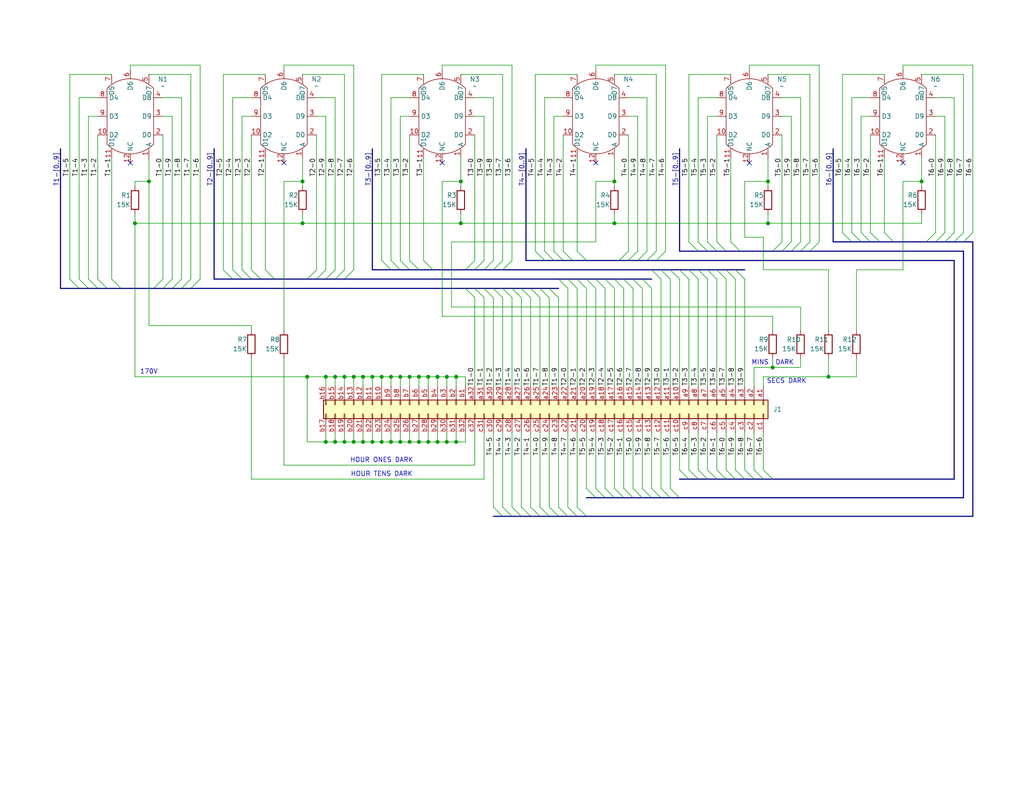
<source format=kicad_sch>
(kicad_sch (version 20231120) (generator "eeschema") (generator_version "8.0")
  (paper "USLetter")
  (title_block (title "Nixie tube clock - display") (company "Wholly Unnecessary Technologies"))
  (lib_symbols
    (symbol "Device:R" (pin_numbers hide) (pin_names (offset 0))
      (property "Reference" "R" (at 2.032 0 90))
      (property "Value" "R" (at 0 0 90))
      (symbol "R_1_1"
        (pin passive line (at 0 3.81 270) (length 1.27) (name "~") (number "1"))
        (pin passive line (at 0 -3.81 90) (length 1.27) (name "~") (number "2"))
      )
    )
    (symbol "NixComp:DIN41612_03x32_ABC" (pin_names (offset 1.016) hide)
      (property "Reference" "J" (at 1.27 40.64 0))
      (property "Value" "DIN41612_03x32_ABC" (at 1.524 -83.82 0))
      (symbol "DIN41612_03x32_ABC_1_1"
        (pin passive line (at -5.08 38.1 0) (length 3.81) (name "Pin_a1") (number "a1"))
        (pin passive line (at -5.08 15.24 0) (length 3.81) (name "Pin_a10") (number "a10"))
        (pin passive line (at -5.08 12.7 0) (length 3.81) (name "Pin_a11") (number "a11"))
        (pin passive line (at -5.08 10.16 0) (length 3.81) (name "Pin_a12") (number "a12"))
        (pin passive line (at -5.08 7.62 0) (length 3.81) (name "Pin_a13") (number "a13"))
        (pin passive line (at -5.08 5.08 0) (length 3.81) (name "Pin_a14") (number "a14"))
        (pin passive line (at -5.08 2.54 0) (length 3.81) (name "Pin_a15") (number "a15"))
        (pin passive line (at -5.08 0 0) (length 3.81) (name "Pin_a16") (number "a16"))
        (pin passive line (at -5.08 -2.54 0) (length 3.81) (name "Pin_a17") (number "a17"))
        (pin passive line (at -5.08 -5.08 0) (length 3.81) (name "Pin_a18") (number "a18"))
        (pin passive line (at -5.08 -7.62 0) (length 3.81) (name "Pin_a19") (number "a19"))
        (pin passive line (at -5.08 35.56 0) (length 3.81) (name "Pin_a2") (number "a2"))
        (pin passive line (at -5.08 -10.16 0) (length 3.81) (name "Pin_a20") (number "a20"))
        (pin passive line (at -5.08 -12.7 0) (length 3.81) (name "Pin_a21") (number "a21"))
        (pin passive line (at -5.08 -15.24 0) (length 3.81) (name "Pin_a22") (number "a22"))
        (pin passive line (at -5.08 -17.78 0) (length 3.81) (name "Pin_a23") (number "a23"))
        (pin passive line (at -5.08 -20.32 0) (length 3.81) (name "Pin_a24") (number "a24"))
        (pin passive line (at -5.08 -22.86 0) (length 3.81) (name "Pin_a25") (number "a25"))
        (pin passive line (at -5.08 -25.4 0) (length 3.81) (name "Pin_a26") (number "a26"))
        (pin passive line (at -5.08 -27.94 0) (length 3.81) (name "Pin_a27") (number "a27"))
        (pin passive line (at -5.08 -30.48 0) (length 3.81) (name "Pin_a28") (number "a28"))
        (pin passive line (at -5.08 -33.02 0) (length 3.81) (name "Pin_a29") (number "a29"))
        (pin passive line (at -5.08 33.02 0) (length 3.81) (name "Pin_a3") (number "a3"))
        (pin passive line (at -5.08 -35.56 0) (length 3.81) (name "Pin_a30") (number "a30"))
        (pin passive line (at -5.08 -38.1 0) (length 3.81) (name "Pin_a31") (number "a31"))
        (pin passive line (at -5.08 -40.64 0) (length 3.81) (name "Pin_a32") (number "a32"))
        (pin passive line (at -5.08 30.48 0) (length 3.81) (name "Pin_a4") (number "a4"))
        (pin passive line (at -5.08 27.94 0) (length 3.81) (name "Pin_a5") (number "a5"))
        (pin passive line (at -5.08 25.4 0) (length 3.81) (name "Pin_a6") (number "a6"))
        (pin passive line (at -5.08 22.86 0) (length 3.81) (name "Pin_a7") (number "a7"))
        (pin passive line (at -5.08 20.32 0) (length 3.81) (name "Pin_a8") (number "a8"))
        (pin passive line (at -5.08 17.78 0) (length 3.81) (name "Pin_a9") (number "a9"))
        (pin passive line (at -5.08 -43.18 0) (length 3.81) (name "Pin_b1") (number "b1"))
        (pin passive line (at -5.08 -66.04 0) (length 3.81) (name "Pin_b10") (number "b10"))
        (pin passive line (at -5.08 -68.58 0) (length 3.81) (name "Pin_b11") (number "b11"))
        (pin passive line (at -5.08 -71.12 0) (length 3.81) (name "Pin_b12") (number "b12"))
        (pin passive line (at -5.08 -73.66 0) (length 3.81) (name "Pin_b13") (number "b13"))
        (pin passive line (at -5.08 -76.2 0) (length 3.81) (name "Pin_b14") (number "b14"))
        (pin passive line (at -5.08 -78.74 0) (length 3.81) (name "Pin_b15") (number "b15"))
        (pin passive line (at -5.08 -81.28 0) (length 3.81) (name "Pin_b16") (number "b16"))
        (pin passive line (at 7.62 -81.28 180) (length 3.81) (name "Pin_b17") (number "b17"))
        (pin passive line (at 7.62 -78.74 180) (length 3.81) (name "Pin_b18") (number "b18"))
        (pin passive line (at 7.62 -76.2 180) (length 3.81) (name "Pin_b19") (number "b19"))
        (pin passive line (at -5.08 -45.72 0) (length 3.81) (name "Pin_b2") (number "b2"))
        (pin passive line (at 7.62 -73.66 180) (length 3.81) (name "Pin_b20") (number "b20"))
        (pin passive line (at 7.62 -71.12 180) (length 3.81) (name "Pin_b21") (number "b21"))
        (pin passive line (at 7.62 -68.58 180) (length 3.81) (name "Pin_b22") (number "b22"))
        (pin passive line (at 7.62 -66.04 180) (length 3.81) (name "Pin_b23") (number "b23"))
        (pin passive line (at 7.62 -63.5 180) (length 3.81) (name "Pin_b24") (number "b24"))
        (pin passive line (at 7.62 -60.96 180) (length 3.81) (name "Pin_b25") (number "b25"))
        (pin passive line (at 7.62 -58.42 180) (length 3.81) (name "Pin_b26") (number "b26"))
        (pin passive line (at 7.62 -55.88 180) (length 3.81) (name "Pin_b27") (number "b27"))
        (pin passive line (at 7.62 -53.34 180) (length 3.81) (name "Pin_b28") (number "b28"))
        (pin passive line (at 7.62 -50.8 180) (length 3.81) (name "Pin_b29") (number "b29"))
        (pin passive line (at -5.08 -48.26 0) (length 3.81) (name "Pin_b3") (number "b3"))
        (pin passive line (at 7.62 -48.26 180) (length 3.81) (name "Pin_b30") (number "b30"))
        (pin passive line (at 7.62 -45.72 180) (length 3.81) (name "Pin_b31") (number "b31"))
        (pin passive line (at 7.62 -43.18 180) (length 3.81) (name "Pin_b32") (number "b32"))
        (pin passive line (at -5.08 -50.8 0) (length 3.81) (name "Pin_b4") (number "b4"))
        (pin passive line (at -5.08 -53.34 0) (length 3.81) (name "Pin_b5") (number "b5"))
        (pin passive line (at -5.08 -55.88 0) (length 3.81) (name "Pin_b6") (number "b6"))
        (pin passive line (at -5.08 -58.42 0) (length 3.81) (name "Pin_b7") (number "b7"))
        (pin passive line (at -5.08 -60.96 0) (length 3.81) (name "Pin_b8") (number "b8"))
        (pin passive line (at -5.08 -63.5 0) (length 3.81) (name "Pin_b9") (number "b9"))
        (pin passive line (at 7.62 38.1 180) (length 3.81) (name "Pin_c1") (number "c1"))
        (pin passive line (at 7.62 15.24 180) (length 3.81) (name "Pin_c10") (number "c10"))
        (pin passive line (at 7.62 12.7 180) (length 3.81) (name "Pin_c11") (number "c11"))
        (pin passive line (at 7.62 10.16 180) (length 3.81) (name "Pin_c12") (number "c12"))
        (pin passive line (at 7.62 7.62 180) (length 3.81) (name "Pin_c13") (number "c13"))
        (pin passive line (at 7.62 5.08 180) (length 3.81) (name "Pin_c14") (number "c14"))
        (pin passive line (at 7.62 2.54 180) (length 3.81) (name "Pin_c15") (number "c15"))
        (pin passive line (at 7.62 0 180) (length 3.81) (name "Pin_c16") (number "c16"))
        (pin passive line (at 7.62 -2.54 180) (length 3.81) (name "Pin_c17") (number "c17"))
        (pin passive line (at 7.62 -5.08 180) (length 3.81) (name "Pin_c18") (number "c18"))
        (pin passive line (at 7.62 -7.62 180) (length 3.81) (name "Pin_c19") (number "c19"))
        (pin passive line (at 7.62 35.56 180) (length 3.81) (name "Pin_c2") (number "c2"))
        (pin passive line (at 7.62 -10.16 180) (length 3.81) (name "Pin_c20") (number "c20"))
        (pin passive line (at 7.62 -12.7 180) (length 3.81) (name "Pin_c21") (number "c21"))
        (pin passive line (at 7.62 -15.24 180) (length 3.81) (name "Pin_c22") (number "c22"))
        (pin passive line (at 7.62 -17.78 180) (length 3.81) (name "Pin_c23") (number "c23"))
        (pin passive line (at 7.62 -20.32 180) (length 3.81) (name "Pin_c24") (number "c24"))
        (pin passive line (at 7.62 -22.86 180) (length 3.81) (name "Pin_c25") (number "c25"))
        (pin passive line (at 7.62 -25.4 180) (length 3.81) (name "Pin_c26") (number "c26"))
        (pin passive line (at 7.62 -27.94 180) (length 3.81) (name "Pin_c27") (number "c27"))
        (pin passive line (at 7.62 -30.48 180) (length 3.81) (name "Pin_c28") (number "c28"))
        (pin passive line (at 7.62 -33.02 180) (length 3.81) (name "Pin_c29") (number "c29"))
        (pin passive line (at 7.62 33.02 180) (length 3.81) (name "Pin_c3") (number "c3"))
        (pin passive line (at 7.62 -35.56 180) (length 3.81) (name "Pin_c30") (number "c30"))
        (pin passive line (at 7.62 -38.1 180) (length 3.81) (name "Pin_c31") (number "c31"))
        (pin passive line (at 7.62 -40.64 180) (length 3.81) (name "Pin_c32") (number "c32"))
        (pin passive line (at 7.62 30.48 180) (length 3.81) (name "Pin_c4") (number "c4"))
        (pin passive line (at 7.62 27.94 180) (length 3.81) (name "Pin_c5") (number "c5"))
        (pin passive line (at 7.62 25.4 180) (length 3.81) (name "Pin_c6") (number "c6"))
        (pin passive line (at 7.62 22.86 180) (length 3.81) (name "Pin_c7") (number "c7"))
        (pin passive line (at 7.62 20.32 180) (length 3.81) (name "Pin_c8") (number "c8"))
        (pin passive line (at 7.62 17.78 180) (length 3.81) (name "Pin_c9") (number "c9"))
      )
    )
    (symbol "NixComp:IN_12A"
      (property "Reference" "N" (at 0 0 0))
      (symbol "IN_12A_1_1"
        (pin input line (at 5.08 -11.43 90) (length 2.54) (name "A") (number "1"))
        (pin passive line (at -8.89 -5.08 0) (length 2.54) (name "D2") (number "10"))
        (pin passive line (at -5.08 -11.43 90) (length 2.54) (name "D1") (number "11"))
        (pin passive line (at 0 -12.7 90) (length 2.54) (name "NC") (number "12"))
        (pin passive line (at 8.89 -5.08 180) (length 2.54) (name "D0") (number "2"))
        (pin passive line (at 8.89 0 180) (length 2.54) (name "D9") (number "3"))
        (pin passive line (at 8.89 5.08 180) (length 2.54) (name "D8") (number "4"))
        (pin passive line (at 5.08 11.43 270) (length 2.54) (name "D7") (number "5"))
        (pin passive line (at 0 12.7 270) (length 2.54) (name "D6") (number "6"))
        (pin passive line (at -5.08 11.43 270) (length 2.54) (name "D5") (number "7"))
        (pin passive line (at -8.89 5.08 0) (length 2.54) (name "D4") (number "8"))
        (pin passive line (at -8.89 0 0) (length 2.54) (name "D3") (number "9"))
      )
    )
  )
  (junction (at 167.64 49.53))
  (junction (at 114.3 102.87))
  (junction (at 96.52 120.65))
  (junction (at 116.84 120.65))
  (junction (at 209.55 60.96))
  (junction (at 111.76 102.87))
  (junction (at 109.22 120.65))
  (junction (at 114.3 120.65))
  (junction (at 125.73 60.96))
  (junction (at 109.22 102.87))
  (junction (at 121.92 102.87))
  (junction (at 91.44 120.65))
  (junction (at 101.6 120.65))
  (junction (at 82.55 60.96))
  (junction (at 93.98 120.65))
  (junction (at 96.52 102.87))
  (junction (at 111.76 120.65))
  (junction (at 210.82 100.33))
  (junction (at 209.55 49.53))
  (junction (at 88.9 102.87))
  (junction (at 99.06 102.87))
  (junction (at 99.06 120.65))
  (junction (at 226.06 102.87))
  (junction (at 93.98 102.87))
  (junction (at 88.9 120.65))
  (junction (at 121.92 120.65))
  (junction (at 104.14 102.87))
  (junction (at 167.64 60.96))
  (junction (at 124.46 120.65))
  (junction (at 83.82 102.87))
  (junction (at 124.46 102.87))
  (junction (at 251.46 49.53))
  (junction (at 119.38 120.65))
  (junction (at 116.84 102.87))
  (junction (at 40.64 49.53))
  (junction (at 125.73 49.53))
  (junction (at 36.83 60.96))
  (junction (at 106.68 102.87))
  (junction (at 91.44 102.87))
  (junction (at 101.6 102.87))
  (junction (at 106.68 120.65))
  (junction (at 82.55 49.53))
  (junction (at 104.14 120.65))
  (junction (at 119.38 102.87))
  (no_connect (at 204.47 44.45))
  (no_connect (at 35.56 44.45))
  (no_connect (at 77.47 44.45))
  (no_connect (at 120.65 44.45))
  (no_connect (at 246.38 44.45))
  (no_connect (at 162.56 44.45))
  (bus_entry (at 213.36 68.58) (size 2.54 -2.54))
  (bus_entry (at 171.45 71.12) (size 2.54 -2.54))
  (bus_entry (at 91.44 76.2) (size 2.54 -2.54))
  (bus_entry (at 157.48 76.2) (size 2.54 2.54))
  (bus_entry (at 142.24 140.97) (size -2.54 -2.54))
  (bus_entry (at 41.91 78.74) (size 2.54 -2.54))
  (bus_entry (at 160.02 140.97) (size -2.54 -2.54))
  (bus_entry (at 198.12 68.58) (size -2.54 -2.54))
  (bus_entry (at 139.7 140.97) (size -2.54 -2.54))
  (bus_entry (at 190.5 73.66) (size 2.54 2.54))
  (bus_entry (at 148.59 71.12) (size -2.54 -2.54))
  (bus_entry (at 74.93 76.2) (size -2.54 -2.54))
  (bus_entry (at 29.21 78.74) (size -2.54 -2.54))
  (bus_entry (at 182.88 73.66) (size 2.54 2.54))
  (bus_entry (at 157.48 140.97) (size -2.54 -2.54))
  (bus_entry (at 66.04 76.2) (size -2.54 -2.54))
  (bus_entry (at 86.36 76.2) (size 2.54 -2.54))
  (bus_entry (at 154.94 76.2) (size 2.54 2.54))
  (bus_entry (at 26.67 78.74) (size -2.54 -2.54))
  (bus_entry (at 187.96 73.66) (size 2.54 2.54))
  (bus_entry (at 182.88 135.89) (size -2.54 -2.54))
  (bus_entry (at 142.24 78.74) (size 2.54 2.54))
  (bus_entry (at 114.3 73.66) (size -2.54 -2.54))
  (bus_entry (at 160.02 71.12) (size -2.54 -2.54))
  (bus_entry (at 134.62 73.66) (size 2.54 -2.54))
  (bus_entry (at 137.16 73.66) (size 2.54 -2.54))
  (bus_entry (at 208.28 130.81) (size -2.54 -2.54))
  (bus_entry (at 195.58 68.58) (size -2.54 -2.54))
  (bus_entry (at 210.82 68.58) (size 2.54 -2.54))
  (bus_entry (at 200.66 130.81) (size -2.54 -2.54))
  (bus_entry (at 44.45 78.74) (size 2.54 -2.54))
  (bus_entry (at 52.07 78.74) (size 2.54 -2.54))
  (bus_entry (at 172.72 135.89) (size -2.54 -2.54))
  (bus_entry (at 185.42 135.89) (size -2.54 -2.54))
  (bus_entry (at 180.34 73.66) (size 2.54 2.54))
  (bus_entry (at 175.26 135.89) (size -2.54 -2.54))
  (bus_entry (at 147.32 78.74) (size 2.54 2.54))
  (bus_entry (at 127 78.74) (size 2.54 2.54))
  (bus_entry (at 185.42 73.66) (size 2.54 2.54))
  (bus_entry (at 33.02 78.74) (size -2.54 -2.54))
  (bus_entry (at 118.11 73.66) (size -2.54 -2.54))
  (bus_entry (at 200.66 73.66) (size 2.54 2.54))
  (bus_entry (at 205.74 130.81) (size -2.54 -2.54))
  (bus_entry (at 167.64 135.89) (size -2.54 -2.54))
  (bus_entry (at 193.04 130.81) (size -2.54 -2.54))
  (bus_entry (at 190.5 68.58) (size -2.54 -2.54))
  (bus_entry (at 93.98 76.2) (size 2.54 -2.54))
  (bus_entry (at 63.5 76.2) (size -2.54 -2.54))
  (bus_entry (at 167.64 76.2) (size 2.54 2.54))
  (bus_entry (at 165.1 135.89) (size -2.54 -2.54))
  (bus_entry (at 68.58 76.2) (size -2.54 -2.54))
  (bus_entry (at 162.56 76.2) (size 2.54 2.54))
  (bus_entry (at 177.8 135.89) (size -2.54 -2.54))
  (bus_entry (at 234.95 66.04) (size -2.54 -2.54))
  (bus_entry (at 156.21 71.12) (size -2.54 -2.54))
  (bus_entry (at 49.53 78.74) (size 2.54 -2.54))
  (bus_entry (at 220.98 68.58) (size 2.54 -2.54))
  (bus_entry (at 24.13 78.74) (size -2.54 -2.54))
  (bus_entry (at 175.26 76.2) (size 2.54 2.54))
  (bus_entry (at 129.54 73.66) (size 2.54 -2.54))
  (bus_entry (at 177.8 73.66) (size 2.54 2.54))
  (bus_entry (at 149.86 140.97) (size -2.54 -2.54))
  (bus_entry (at 193.04 68.58) (size -2.54 -2.54))
  (bus_entry (at 134.62 78.74) (size 2.54 2.54))
  (bus_entry (at 129.54 78.74) (size 2.54 2.54))
  (bus_entry (at 132.08 78.74) (size 2.54 2.54))
  (bus_entry (at 176.53 71.12) (size 2.54 -2.54))
  (bus_entry (at 187.96 130.81) (size -2.54 -2.54))
  (bus_entry (at 151.13 71.12) (size -2.54 -2.54))
  (bus_entry (at 154.94 140.97) (size -2.54 -2.54))
  (bus_entry (at 198.12 73.66) (size 2.54 2.54))
  (bus_entry (at 257.81 66.04) (size 2.54 -2.54))
  (bus_entry (at 83.82 76.2) (size 2.54 -2.54))
  (bus_entry (at 201.93 68.58) (size -2.54 -2.54))
  (bus_entry (at 255.27 66.04) (size 2.54 -2.54))
  (bus_entry (at 198.12 130.81) (size -2.54 -2.54))
  (bus_entry (at 149.86 78.74) (size 2.54 2.54))
  (bus_entry (at 215.9 68.58) (size 2.54 -2.54))
  (bus_entry (at 88.9 76.2) (size 2.54 -2.54))
  (bus_entry (at 195.58 130.81) (size -2.54 -2.54))
  (bus_entry (at 210.82 130.81) (size -2.54 -2.54))
  (bus_entry (at 172.72 76.2) (size 2.54 2.54))
  (bus_entry (at 243.84 66.04) (size -2.54 -2.54))
  (bus_entry (at 262.89 66.04) (size 2.54 -2.54))
  (bus_entry (at 252.73 66.04) (size 2.54 -2.54))
  (bus_entry (at 21.59 78.74) (size -2.54 -2.54))
  (bus_entry (at 132.08 73.66) (size 2.54 -2.54))
  (bus_entry (at 137.16 140.97) (size -2.54 -2.54))
  (bus_entry (at 162.56 135.89) (size -2.54 -2.54))
  (bus_entry (at 144.78 140.97) (size -2.54 -2.54))
  (bus_entry (at 203.2 130.81) (size -2.54 -2.54))
  (bus_entry (at 190.5 130.81) (size -2.54 -2.54))
  (bus_entry (at 152.4 76.2) (size 2.54 2.54))
  (bus_entry (at 106.68 73.66) (size -2.54 -2.54))
  (bus_entry (at 111.76 73.66) (size -2.54 -2.54))
  (bus_entry (at 139.7 78.74) (size 2.54 2.54))
  (bus_entry (at 147.32 140.97) (size -2.54 -2.54))
  (bus_entry (at 193.04 73.66) (size 2.54 2.54))
  (bus_entry (at 170.18 76.2) (size 2.54 2.54))
  (bus_entry (at 260.35 66.04) (size 2.54 -2.54))
  (bus_entry (at 109.22 73.66) (size -2.54 -2.54))
  (bus_entry (at 240.03 66.04) (size -2.54 -2.54))
  (bus_entry (at 180.34 135.89) (size -2.54 -2.54))
  (bus_entry (at 165.1 76.2) (size 2.54 2.54))
  (bus_entry (at 152.4 140.97) (size -2.54 -2.54))
  (bus_entry (at 144.78 78.74) (size 2.54 2.54))
  (bus_entry (at 46.99 78.74) (size 2.54 -2.54))
  (bus_entry (at 173.99 71.12) (size 2.54 -2.54))
  (bus_entry (at 168.91 71.12) (size 2.54 -2.54))
  (bus_entry (at 170.18 135.89) (size -2.54 -2.54))
  (bus_entry (at 71.12 76.2) (size -2.54 -2.54))
  (bus_entry (at 232.41 66.04) (size -2.54 -2.54))
  (bus_entry (at 153.67 71.12) (size -2.54 -2.54))
  (bus_entry (at 218.44 68.58) (size 2.54 -2.54))
  (bus_entry (at 179.07 71.12) (size 2.54 -2.54))
  (bus_entry (at 237.49 66.04) (size -2.54 -2.54))
  (bus_entry (at 137.16 78.74) (size 2.54 2.54))
  (bus_entry (at 127 73.66) (size 2.54 -2.54))
  (bus_entry (at 160.02 76.2) (size 2.54 2.54))
  (bus_entry (at 195.58 73.66) (size 2.54 2.54))
  (wire (pts (xy 255.27 36.83) (xy 255.27 63.5)))
  (wire (pts (xy 210.82 86.36) (xy 210.82 90.17)))
  (wire (pts (xy 167.64 50.8) (xy 167.64 49.53)))
  (wire (pts (xy 203.2 118.11) (xy 203.2 128.27)))
  (wire (pts (xy 119.38 120.65) (xy 116.84 120.65)))
  (wire (pts (xy 35.56 17.78) (xy 35.56 19.05)))
  (wire (pts (xy 151.13 31.75) (xy 153.67 31.75)))
  (bus (pts (xy 71.12 76.2) (xy 74.93 76.2)))
  (wire (pts (xy 218.44 26.67) (xy 218.44 66.04)))
  (bus (pts (xy 198.12 68.58) (xy 201.93 68.58)))
  (wire (pts (xy 260.35 26.67) (xy 260.35 63.5)))
  (bus (pts (xy 139.7 140.97) (xy 142.24 140.97)))
  (wire (pts (xy 91.44 102.87) (xy 91.44 105.41)))
  (bus (pts (xy 147.32 140.97) (xy 149.86 140.97)))
  (wire (pts (xy 154.94 78.74) (xy 154.94 105.41)))
  (bus (pts (xy 185.42 73.66) (xy 187.96 73.66)))
  (wire (pts (xy 198.12 118.11) (xy 198.12 128.27)))
  (bus (pts (xy 198.12 73.66) (xy 200.66 73.66)))
  (wire (pts (xy 91.44 26.67) (xy 86.36 26.67)))
  (wire (pts (xy 147.32 81.28) (xy 147.32 105.41)))
  (wire (pts (xy 120.65 17.78) (xy 120.65 19.05)))
  (bus (pts (xy 173.99 71.12) (xy 176.53 71.12)))
  (wire (pts (xy 109.22 120.65) (xy 106.68 120.65)))
  (wire (pts (xy 177.8 78.74) (xy 177.8 105.41)))
  (wire (pts (xy 246.38 49.53) (xy 251.46 49.53)))
  (wire (pts (xy 171.45 36.83) (xy 171.45 68.58)))
  (bus (pts (xy 260.35 66.04) (xy 262.89 66.04)))
  (wire (pts (xy 40.64 49.53) (xy 40.64 43.18)))
  (wire (pts (xy 137.16 81.28) (xy 137.16 105.41)))
  (bus (pts (xy 143.51 40.64) (xy 143.51 71.12)))
  (wire (pts (xy 111.76 120.65) (xy 111.76 118.11)))
  (bus (pts (xy 144.78 78.74) (xy 147.32 78.74)))
  (wire (pts (xy 121.92 120.65) (xy 119.38 120.65)))
  (bus (pts (xy 190.5 130.81) (xy 193.04 130.81)))
  (bus (pts (xy 195.58 73.66) (xy 198.12 73.66)))
  (bus (pts (xy 185.42 130.81) (xy 187.96 130.81)))
  (wire (pts (xy 24.13 31.75) (xy 24.13 76.2)))
  (wire (pts (xy 127 120.65) (xy 127 118.11)))
  (bus (pts (xy 185.42 135.89) (xy 262.89 135.89)))
  (wire (pts (xy 86.36 36.83) (xy 86.36 73.66)))
  (bus (pts (xy 182.88 73.66) (xy 185.42 73.66)))
  (wire (pts (xy 200.66 76.2) (xy 200.66 105.41)))
  (wire (pts (xy 148.59 26.67) (xy 148.59 68.58)))
  (wire (pts (xy 54.61 17.78) (xy 35.56 17.78)))
  (wire (pts (xy 175.26 78.74) (xy 175.26 105.41)))
  (wire (pts (xy 154.94 118.11) (xy 154.94 138.43)))
  (bus (pts (xy 187.96 130.81) (xy 190.5 130.81)))
  (wire (pts (xy 106.68 102.87) (xy 106.68 105.41)))
  (wire (pts (xy 132.08 31.75) (xy 132.08 71.12)))
  (bus (pts (xy 260.35 71.12) (xy 260.35 130.81)))
  (wire (pts (xy 134.62 118.11) (xy 134.62 138.43)))
  (bus (pts (xy 83.82 76.2) (xy 86.36 76.2)))
  (bus (pts (xy 180.34 135.89) (xy 182.88 135.89)))
  (wire (pts (xy 114.3 120.65) (xy 114.3 118.11)))
  (bus (pts (xy 160.02 76.2) (xy 162.56 76.2)))
  (wire (pts (xy 251.46 58.42) (xy 251.46 60.96)))
  (bus (pts (xy 154.94 140.97) (xy 157.48 140.97)))
  (wire (pts (xy 21.59 26.67) (xy 26.67 26.67)))
  (wire (pts (xy 83.82 120.65) (xy 88.9 120.65)))
  (wire (pts (xy 104.14 102.87) (xy 104.14 105.41)))
  (wire (pts (xy 157.48 43.18) (xy 157.48 68.58)))
  (bus (pts (xy 24.13 78.74) (xy 26.67 78.74)))
  (wire (pts (xy 246.38 17.78) (xy 246.38 19.05)))
  (bus (pts (xy 88.9 76.2) (xy 91.44 76.2)))
  (wire (pts (xy 187.96 118.11) (xy 187.96 128.27)))
  (wire (pts (xy 104.14 20.32) (xy 104.14 71.12)))
  (bus (pts (xy 86.36 76.2) (xy 88.9 76.2)))
  (wire (pts (xy 185.42 118.11) (xy 185.42 128.27)))
  (wire (pts (xy 198.12 76.2) (xy 198.12 105.41)))
  (wire (pts (xy 134.62 26.67) (xy 129.54 26.67)))
  (wire (pts (xy 129.54 36.83) (xy 129.54 71.12)))
  (bus (pts (xy 175.26 135.89) (xy 177.8 135.89)))
  (wire (pts (xy 60.96 20.32) (xy 60.96 73.66)))
  (wire (pts (xy 137.16 118.11) (xy 137.16 138.43)))
  (wire (pts (xy 237.49 36.83) (xy 237.49 63.5)))
  (wire (pts (xy 104.14 120.65) (xy 104.14 118.11)))
  (wire (pts (xy 182.88 118.11) (xy 182.88 133.35)))
  (wire (pts (xy 203.2 64.77) (xy 208.28 64.77)))
  (wire (pts (xy 111.76 102.87) (xy 114.3 102.87)))
  (wire (pts (xy 208.28 64.77) (xy 208.28 73.66)))
  (wire (pts (xy 101.6 120.65) (xy 101.6 118.11)))
  (wire (pts (xy 124.46 120.65) (xy 124.46 118.11)))
  (wire (pts (xy 106.68 26.67) (xy 111.76 26.67)))
  (bus (pts (xy 185.42 68.58) (xy 190.5 68.58)))
  (wire (pts (xy 36.83 50.8) (xy 36.83 49.53)))
  (bus (pts (xy 167.64 135.89) (xy 170.18 135.89)))
  (wire (pts (xy 175.26 118.11) (xy 175.26 133.35)))
  (wire (pts (xy 116.84 102.87) (xy 119.38 102.87)))
  (wire (pts (xy 93.98 20.32) (xy 93.98 73.66)))
  (wire (pts (xy 232.41 26.67) (xy 232.41 63.5)))
  (bus (pts (xy 152.4 76.2) (xy 154.94 76.2)))
  (wire (pts (xy 193.04 31.75) (xy 195.58 31.75)))
  (wire (pts (xy 257.81 31.75) (xy 255.27 31.75)))
  (wire (pts (xy 127 120.65) (xy 124.46 120.65)))
  (wire (pts (xy 232.41 26.67) (xy 237.49 26.67)))
  (wire (pts (xy 262.89 20.32) (xy 251.46 20.32)))
  (bus (pts (xy 41.91 78.74) (xy 44.45 78.74)))
  (wire (pts (xy 205.74 105.41) (xy 205.74 100.33)))
  (wire (pts (xy 226.06 73.66) (xy 226.06 90.17)))
  (wire (pts (xy 101.6 120.65) (xy 99.06 120.65)))
  (wire (pts (xy 144.78 81.28) (xy 144.78 105.41)))
  (bus (pts (xy 210.82 68.58) (xy 213.36 68.58)))
  (wire (pts (xy 46.99 31.75) (xy 46.99 76.2)))
  (wire (pts (xy 66.04 31.75) (xy 68.58 31.75)))
  (bus (pts (xy 148.59 71.12) (xy 151.13 71.12)))
  (wire (pts (xy 124.46 120.65) (xy 121.92 120.65)))
  (bus (pts (xy 262.89 68.58) (xy 262.89 135.89)))
  (wire (pts (xy 208.28 105.41) (xy 208.28 102.87)))
  (bus (pts (xy 68.58 76.2) (xy 71.12 76.2)))
  (wire (pts (xy 114.3 120.65) (xy 111.76 120.65)))
  (bus (pts (xy 218.44 68.58) (xy 220.98 68.58)))
  (bus (pts (xy 200.66 73.66) (xy 203.2 73.66)))
  (wire (pts (xy 157.48 118.11) (xy 157.48 138.43)))
  (bus (pts (xy 193.04 130.81) (xy 195.58 130.81)))
  (wire (pts (xy 209.55 60.96) (xy 251.46 60.96)))
  (bus (pts (xy 147.32 78.74) (xy 149.86 78.74)))
  (wire (pts (xy 152.4 81.28) (xy 152.4 105.41)))
  (bus (pts (xy 255.27 66.04) (xy 257.81 66.04)))
  (bus (pts (xy 215.9 68.58) (xy 218.44 68.58)))
  (bus (pts (xy 143.51 71.12) (xy 148.59 71.12)))
  (bus (pts (xy 201.93 68.58) (xy 210.82 68.58)))
  (wire (pts (xy 142.24 81.28) (xy 142.24 105.41)))
  (wire (pts (xy 119.38 102.87) (xy 121.92 102.87)))
  (bus (pts (xy 234.95 66.04) (xy 237.49 66.04)))
  (bus (pts (xy 118.11 73.66) (xy 127 73.66)))
  (wire (pts (xy 180.34 118.11) (xy 180.34 133.35)))
  (bus (pts (xy 160.02 71.12) (xy 168.91 71.12)))
  (wire (pts (xy 54.61 17.78) (xy 54.61 76.2)))
  (wire (pts (xy 233.68 73.66) (xy 246.38 73.66)))
  (wire (pts (xy 68.58 36.83) (xy 68.58 73.66)))
  (wire (pts (xy 208.28 102.87) (xy 226.06 102.87)))
  (wire (pts (xy 132.08 81.28) (xy 132.08 105.41)))
  (wire (pts (xy 88.9 31.75) (xy 86.36 31.75)))
  (wire (pts (xy 187.96 76.2) (xy 187.96 105.41)))
  (bus (pts (xy 58.42 40.64) (xy 58.42 76.2)))
  (wire (pts (xy 68.58 90.17) (xy 68.58 88.9)))
  (wire (pts (xy 265.43 17.78) (xy 246.38 17.78)))
  (bus (pts (xy 101.6 73.66) (xy 106.68 73.66)))
  (wire (pts (xy 213.36 36.83) (xy 213.36 66.04)))
  (wire (pts (xy 49.53 26.67) (xy 49.53 76.2)))
  (wire (pts (xy 176.53 26.67) (xy 176.53 68.58)))
  (bus (pts (xy 177.8 73.66) (xy 180.34 73.66)))
  (wire (pts (xy 119.38 102.87) (xy 119.38 105.41)))
  (wire (pts (xy 101.6 102.87) (xy 101.6 105.41)))
  (wire (pts (xy 99.06 120.65) (xy 99.06 118.11)))
  (wire (pts (xy 134.62 26.67) (xy 134.62 71.12)))
  (wire (pts (xy 111.76 102.87) (xy 111.76 105.41)))
  (wire (pts (xy 82.55 50.8) (xy 82.55 49.53)))
  (wire (pts (xy 167.64 118.11) (xy 167.64 133.35)))
  (bus (pts (xy 172.72 135.89) (xy 175.26 135.89)))
  (bus (pts (xy 21.59 78.74) (xy 24.13 78.74)))
  (wire (pts (xy 200.66 118.11) (xy 200.66 128.27)))
  (bus (pts (xy 46.99 78.74) (xy 49.53 78.74)))
  (wire (pts (xy 96.52 120.65) (xy 93.98 120.65)))
  (bus (pts (xy 137.16 73.66) (xy 177.8 73.66)))
  (bus (pts (xy 101.6 40.64) (xy 101.6 73.66)))
  (bus (pts (xy 257.81 66.04) (xy 260.35 66.04)))
  (wire (pts (xy 52.07 20.32) (xy 52.07 76.2)))
  (wire (pts (xy 111.76 120.65) (xy 109.22 120.65)))
  (bus (pts (xy 210.82 130.81) (xy 260.35 130.81)))
  (bus (pts (xy 227.33 40.64) (xy 227.33 66.04)))
  (wire (pts (xy 147.32 118.11) (xy 147.32 138.43)))
  (bus (pts (xy 29.21 78.74) (xy 33.02 78.74)))
  (bus (pts (xy 185.42 40.64) (xy 185.42 68.58)))
  (bus (pts (xy 208.28 130.81) (xy 210.82 130.81)))
  (wire (pts (xy 210.82 100.33) (xy 210.82 97.79)))
  (wire (pts (xy 36.83 58.42) (xy 36.83 60.96)))
  (bus (pts (xy 187.96 73.66) (xy 190.5 73.66)))
  (wire (pts (xy 93.98 102.87) (xy 91.44 102.87)))
  (bus (pts (xy 190.5 73.66) (xy 193.04 73.66)))
  (bus (pts (xy 203.2 130.81) (xy 205.74 130.81)))
  (wire (pts (xy 139.7 81.28) (xy 139.7 105.41)))
  (bus (pts (xy 252.73 66.04) (xy 255.27 66.04)))
  (bus (pts (xy 177.8 135.89) (xy 180.34 135.89)))
  (wire (pts (xy 125.73 49.53) (xy 125.73 43.18)))
  (wire (pts (xy 83.82 102.87) (xy 83.82 120.65)))
  (wire (pts (xy 180.34 76.2) (xy 180.34 105.41)))
  (bus (pts (xy 213.36 68.58) (xy 215.9 68.58)))
  (wire (pts (xy 114.3 102.87) (xy 116.84 102.87)))
  (bus (pts (xy 175.26 76.2) (xy 177.8 76.2)))
  (wire (pts (xy 137.16 20.32) (xy 137.16 71.12)))
  (bus (pts (xy 26.67 78.74) (xy 29.21 78.74)))
  (wire (pts (xy 77.47 90.17) (xy 77.47 49.53)))
  (bus (pts (xy 220.98 68.58) (xy 262.89 68.58)))
  (wire (pts (xy 185.42 76.2) (xy 185.42 105.41)))
  (wire (pts (xy 124.46 102.87) (xy 127 102.87)))
  (wire (pts (xy 223.52 17.78) (xy 223.52 66.04)))
  (wire (pts (xy 157.48 78.74) (xy 157.48 105.41)))
  (bus (pts (xy 195.58 130.81) (xy 198.12 130.81)))
  (wire (pts (xy 125.73 49.53) (xy 120.65 49.53)))
  (wire (pts (xy 106.68 102.87) (xy 104.14 102.87)))
  (wire (pts (xy 142.24 118.11) (xy 142.24 138.43)))
  (bus (pts (xy 265.43 66.04) (xy 262.89 66.04)))
  (wire (pts (xy 218.44 100.33) (xy 218.44 97.79)))
  (wire (pts (xy 234.95 31.75) (xy 237.49 31.75)))
  (bus (pts (xy 171.45 71.12) (xy 173.99 71.12)))
  (wire (pts (xy 82.55 49.53) (xy 82.55 43.18)))
  (wire (pts (xy 19.05 20.32) (xy 30.48 20.32)))
  (wire (pts (xy 109.22 102.87) (xy 111.76 102.87)))
  (bus (pts (xy 49.53 78.74) (xy 52.07 78.74)))
  (wire (pts (xy 165.1 118.11) (xy 165.1 133.35)))
  (wire (pts (xy 19.05 20.32) (xy 19.05 76.2)))
  (wire (pts (xy 199.39 43.18) (xy 199.39 66.04)))
  (wire (pts (xy 190.5 26.67) (xy 190.5 66.04)))
  (wire (pts (xy 88.9 120.65) (xy 88.9 118.11)))
  (bus (pts (xy 198.12 130.81) (xy 200.66 130.81)))
  (wire (pts (xy 63.5 26.67) (xy 63.5 73.66)))
  (wire (pts (xy 66.04 31.75) (xy 66.04 73.66)))
  (wire (pts (xy 193.04 118.11) (xy 193.04 128.27)))
  (bus (pts (xy 44.45 78.74) (xy 46.99 78.74)))
  (wire (pts (xy 96.52 102.87) (xy 93.98 102.87)))
  (bus (pts (xy 180.34 73.66) (xy 182.88 73.66)))
  (bus (pts (xy 162.56 135.89) (xy 165.1 135.89)))
  (wire (pts (xy 116.84 120.65) (xy 114.3 120.65)))
  (bus (pts (xy 139.7 78.74) (xy 142.24 78.74)))
  (wire (pts (xy 96.52 17.78) (xy 96.52 73.66)))
  (wire (pts (xy 181.61 17.78) (xy 162.56 17.78)))
  (bus (pts (xy 151.13 71.12) (xy 153.67 71.12)))
  (wire (pts (xy 104.14 120.65) (xy 101.6 120.65)))
  (wire (pts (xy 209.55 49.53) (xy 203.2 49.53)))
  (wire (pts (xy 226.06 102.87) (xy 233.68 102.87)))
  (bus (pts (xy 265.43 140.97) (xy 265.43 66.04)))
  (wire (pts (xy 24.13 31.75) (xy 26.67 31.75)))
  (wire (pts (xy 170.18 118.11) (xy 170.18 133.35)))
  (wire (pts (xy 127 102.87) (xy 127 105.41)))
  (wire (pts (xy 233.68 97.79) (xy 233.68 102.87)))
  (wire (pts (xy 93.98 120.65) (xy 93.98 118.11)))
  (bus (pts (xy 137.16 78.74) (xy 139.7 78.74)))
  (wire (pts (xy 93.98 120.65) (xy 91.44 120.65)))
  (bus (pts (xy 160.02 135.89) (xy 162.56 135.89)))
  (wire (pts (xy 121.92 120.65) (xy 121.92 118.11)))
  (bus (pts (xy 16.51 78.74) (xy 21.59 78.74)))
  (wire (pts (xy 195.58 36.83) (xy 195.58 66.04)))
  (wire (pts (xy 109.22 31.75) (xy 109.22 71.12)))
  (bus (pts (xy 182.88 135.89) (xy 185.42 135.89)))
  (wire (pts (xy 72.39 43.18) (xy 72.39 73.66)))
  (wire (pts (xy 99.06 102.87) (xy 99.06 105.41)))
  (wire (pts (xy 123.19 66.04) (xy 123.19 83.82)))
  (wire (pts (xy 265.43 17.78) (xy 265.43 63.5)))
  (wire (pts (xy 124.46 102.87) (xy 124.46 105.41)))
  (wire (pts (xy 134.62 81.28) (xy 134.62 105.41)))
  (wire (pts (xy 146.05 20.32) (xy 146.05 68.58)))
  (wire (pts (xy 119.38 120.65) (xy 119.38 118.11)))
  (wire (pts (xy 204.47 17.78) (xy 204.47 19.05)))
  (wire (pts (xy 162.56 49.53) (xy 162.56 66.04)))
  (wire (pts (xy 233.68 90.17) (xy 233.68 73.66)))
  (bus (pts (xy 93.98 76.2) (xy 152.4 76.2)))
  (wire (pts (xy 179.07 20.32) (xy 167.64 20.32)))
  (bus (pts (xy 227.33 66.04) (xy 232.41 66.04)))
  (wire (pts (xy 96.52 120.65) (xy 96.52 118.11)))
  (bus (pts (xy 137.16 140.97) (xy 139.7 140.97)))
  (wire (pts (xy 220.98 20.32) (xy 209.55 20.32)))
  (wire (pts (xy 104.14 20.32) (xy 115.57 20.32)))
  (wire (pts (xy 190.5 26.67) (xy 195.58 26.67)))
  (bus (pts (xy 58.42 76.2) (xy 63.5 76.2)))
  (bus (pts (xy 170.18 76.2) (xy 172.72 76.2)))
  (wire (pts (xy 165.1 78.74) (xy 165.1 105.41)))
  (wire (pts (xy 187.96 20.32) (xy 187.96 66.04)))
  (wire (pts (xy 68.58 97.79) (xy 68.58 130.81)))
  (wire (pts (xy 144.78 118.11) (xy 144.78 138.43)))
  (wire (pts (xy 129.54 127) (xy 129.54 118.11)))
  (wire (pts (xy 162.56 118.11) (xy 162.56 133.35)))
  (bus (pts (xy 153.67 71.12) (xy 156.21 71.12)))
  (wire (pts (xy 77.47 127) (xy 129.54 127)))
  (wire (pts (xy 176.53 26.67) (xy 171.45 26.67)))
  (wire (pts (xy 208.28 118.11) (xy 208.28 128.27)))
  (wire (pts (xy 146.05 20.32) (xy 157.48 20.32)))
  (bus (pts (xy 198.12 68.58) (xy 195.58 68.58)))
  (wire (pts (xy 215.9 31.75) (xy 215.9 66.04)))
  (wire (pts (xy 181.61 17.78) (xy 181.61 68.58)))
  (wire (pts (xy 26.67 36.83) (xy 26.67 76.2)))
  (wire (pts (xy 91.44 120.65) (xy 88.9 120.65)))
  (wire (pts (xy 229.87 20.32) (xy 229.87 63.5)))
  (wire (pts (xy 91.44 26.67) (xy 91.44 73.66)))
  (wire (pts (xy 148.59 26.67) (xy 153.67 26.67)))
  (bus (pts (xy 200.66 130.81) (xy 203.2 130.81)))
  (wire (pts (xy 251.46 49.53) (xy 251.46 43.18)))
  (wire (pts (xy 120.65 49.53) (xy 120.65 86.36)))
  (bus (pts (xy 129.54 73.66) (xy 132.08 73.66)))
  (wire (pts (xy 40.64 49.53) (xy 40.64 88.9)))
  (wire (pts (xy 209.55 58.42) (xy 209.55 60.96)))
  (wire (pts (xy 179.07 20.32) (xy 179.07 68.58)))
  (bus (pts (xy 129.54 78.74) (xy 132.08 78.74)))
  (bus (pts (xy 142.24 140.97) (xy 144.78 140.97)))
  (wire (pts (xy 36.83 60.96) (xy 82.55 60.96)))
  (bus (pts (xy 162.56 76.2) (xy 165.1 76.2)))
  (wire (pts (xy 257.81 31.75) (xy 257.81 63.5)))
  (bus (pts (xy 152.4 140.97) (xy 154.94 140.97)))
  (wire (pts (xy 104.14 102.87) (xy 101.6 102.87)))
  (bus (pts (xy 160.02 140.97) (xy 265.43 140.97)))
  (wire (pts (xy 215.9 31.75) (xy 213.36 31.75)))
  (wire (pts (xy 203.2 76.2) (xy 203.2 105.41)))
  (wire (pts (xy 139.7 118.11) (xy 139.7 138.43)))
  (wire (pts (xy 167.64 49.53) (xy 162.56 49.53)))
  (wire (pts (xy 226.06 97.79) (xy 226.06 102.87)))
  (wire (pts (xy 234.95 31.75) (xy 234.95 63.5)))
  (wire (pts (xy 125.73 60.96) (xy 167.64 60.96)))
  (wire (pts (xy 223.52 17.78) (xy 204.47 17.78)))
  (wire (pts (xy 77.47 97.79) (xy 77.47 127)))
  (bus (pts (xy 134.62 78.74) (xy 137.16 78.74)))
  (bus (pts (xy 195.58 68.58) (xy 193.04 68.58)))
  (bus (pts (xy 127 73.66) (xy 129.54 73.66)))
  (bus (pts (xy 156.21 71.12) (xy 160.02 71.12)))
  (bus (pts (xy 16.51 40.64) (xy 16.51 78.74)))
  (wire (pts (xy 187.96 20.32) (xy 199.39 20.32)))
  (bus (pts (xy 74.93 76.2) (xy 83.82 76.2)))
  (wire (pts (xy 173.99 31.75) (xy 173.99 68.58)))
  (wire (pts (xy 193.04 76.2) (xy 193.04 105.41)))
  (bus (pts (xy 154.94 76.2) (xy 157.48 76.2)))
  (wire (pts (xy 132.08 118.11) (xy 132.08 130.81)))
  (wire (pts (xy 208.28 73.66) (xy 226.06 73.66)))
  (wire (pts (xy 114.3 102.87) (xy 114.3 105.41)))
  (wire (pts (xy 167.64 78.74) (xy 167.64 105.41)))
  (bus (pts (xy 167.64 76.2) (xy 170.18 76.2)))
  (wire (pts (xy 190.5 76.2) (xy 190.5 105.41)))
  (bus (pts (xy 205.74 130.81) (xy 208.28 130.81)))
  (bus (pts (xy 66.04 76.2) (xy 68.58 76.2)))
  (bus (pts (xy 170.18 135.89) (xy 172.72 135.89)))
  (wire (pts (xy 82.55 60.96) (xy 125.73 60.96)))
  (wire (pts (xy 209.55 60.96) (xy 167.64 60.96)))
  (wire (pts (xy 241.3 43.18) (xy 241.3 63.5)))
  (wire (pts (xy 149.86 118.11) (xy 149.86 138.43)))
  (wire (pts (xy 260.35 26.67) (xy 255.27 26.67)))
  (wire (pts (xy 82.55 58.42) (xy 82.55 60.96)))
  (wire (pts (xy 96.52 17.78) (xy 77.47 17.78)))
  (bus (pts (xy 232.41 66.04) (xy 234.95 66.04)))
  (wire (pts (xy 99.06 120.65) (xy 96.52 120.65)))
  (wire (pts (xy 172.72 78.74) (xy 172.72 105.41)))
  (wire (pts (xy 162.56 17.78) (xy 162.56 19.05)))
  (bus (pts (xy 165.1 76.2) (xy 167.64 76.2)))
  (bus (pts (xy 132.08 78.74) (xy 134.62 78.74)))
  (wire (pts (xy 106.68 120.65) (xy 104.14 120.65)))
  (wire (pts (xy 262.89 20.32) (xy 262.89 63.5)))
  (wire (pts (xy 151.13 31.75) (xy 151.13 68.58)))
  (wire (pts (xy 49.53 26.67) (xy 44.45 26.67)))
  (bus (pts (xy 157.48 76.2) (xy 160.02 76.2)))
  (wire (pts (xy 162.56 78.74) (xy 162.56 105.41)))
  (bus (pts (xy 149.86 140.97) (xy 152.4 140.97)))
  (wire (pts (xy 77.47 49.53) (xy 82.55 49.53)))
  (wire (pts (xy 120.65 86.36) (xy 210.82 86.36)))
  (bus (pts (xy 165.1 135.89) (xy 167.64 135.89)))
  (wire (pts (xy 195.58 118.11) (xy 195.58 128.27)))
  (wire (pts (xy 52.07 20.32) (xy 40.64 20.32)))
  (wire (pts (xy 195.58 76.2) (xy 195.58 105.41)))
  (wire (pts (xy 109.22 102.87) (xy 106.68 102.87)))
  (wire (pts (xy 44.45 36.83) (xy 44.45 76.2)))
  (wire (pts (xy 167.64 49.53) (xy 167.64 43.18)))
  (bus (pts (xy 127 78.74) (xy 129.54 78.74)))
  (wire (pts (xy 177.8 118.11) (xy 177.8 133.35)))
  (bus (pts (xy 176.53 71.12) (xy 179.07 71.12)))
  (wire (pts (xy 109.22 31.75) (xy 111.76 31.75)))
  (wire (pts (xy 91.44 102.87) (xy 88.9 102.87)))
  (bus (pts (xy 33.02 78.74) (xy 41.91 78.74)))
  (wire (pts (xy 251.46 50.8) (xy 251.46 49.53)))
  (bus (pts (xy 52.07 78.74) (xy 127 78.74)))
  (wire (pts (xy 182.88 76.2) (xy 182.88 105.41)))
  (wire (pts (xy 190.5 118.11) (xy 190.5 128.27)))
  (bus (pts (xy 114.3 73.66) (xy 118.11 73.66)))
  (bus (pts (xy 134.62 140.97) (xy 137.16 140.97)))
  (wire (pts (xy 152.4 118.11) (xy 152.4 138.43)))
  (bus (pts (xy 134.62 73.66) (xy 137.16 73.66)))
  (wire (pts (xy 116.84 120.65) (xy 116.84 118.11)))
  (wire (pts (xy 173.99 31.75) (xy 171.45 31.75)))
  (wire (pts (xy 125.73 58.42) (xy 125.73 60.96)))
  (bus (pts (xy 193.04 73.66) (xy 195.58 73.66)))
  (wire (pts (xy 46.99 31.75) (xy 44.45 31.75)))
  (wire (pts (xy 153.67 36.83) (xy 153.67 68.58)))
  (wire (pts (xy 246.38 49.53) (xy 246.38 73.66)))
  (wire (pts (xy 83.82 102.87) (xy 88.9 102.87)))
  (wire (pts (xy 109.22 102.87) (xy 109.22 105.41)))
  (wire (pts (xy 149.86 81.28) (xy 149.86 105.41)))
  (wire (pts (xy 116.84 102.87) (xy 116.84 105.41)))
  (wire (pts (xy 106.68 26.67) (xy 106.68 71.12)))
  (bus (pts (xy 63.5 76.2) (xy 66.04 76.2)))
  (wire (pts (xy 109.22 120.65) (xy 109.22 118.11)))
  (wire (pts (xy 170.18 78.74) (xy 170.18 105.41)))
  (wire (pts (xy 193.04 31.75) (xy 193.04 66.04)))
  (wire (pts (xy 93.98 102.87) (xy 93.98 105.41)))
  (wire (pts (xy 218.44 26.67) (xy 213.36 26.67)))
  (wire (pts (xy 172.72 118.11) (xy 172.72 133.35)))
  (wire (pts (xy 30.48 43.18) (xy 30.48 76.2)))
  (wire (pts (xy 77.47 17.78) (xy 77.47 19.05)))
  (bus (pts (xy 149.86 78.74) (xy 152.4 78.74)))
  (wire (pts (xy 139.7 17.78) (xy 120.65 17.78)))
  (wire (pts (xy 203.2 49.53) (xy 203.2 64.77)))
  (wire (pts (xy 121.92 102.87) (xy 121.92 105.41)))
  (bus (pts (xy 240.03 66.04) (xy 243.84 66.04)))
  (wire (pts (xy 88.9 102.87) (xy 88.9 105.41)))
  (wire (pts (xy 167.64 58.42) (xy 167.64 60.96)))
  (wire (pts (xy 99.06 102.87) (xy 101.6 102.87)))
  (bus (pts (xy 144.78 140.97) (xy 147.32 140.97)))
  (wire (pts (xy 91.44 120.65) (xy 91.44 118.11)))
  (wire (pts (xy 210.82 100.33) (xy 218.44 100.33)))
  (wire (pts (xy 160.02 118.11) (xy 160.02 133.35)))
  (bus (pts (xy 111.76 73.66) (xy 114.3 73.66)))
  (wire (pts (xy 115.57 43.18) (xy 115.57 71.12)))
  (bus (pts (xy 193.04 68.58) (xy 190.5 68.58)))
  (wire (pts (xy 96.52 102.87) (xy 96.52 105.41)))
  (wire (pts (xy 160.02 78.74) (xy 160.02 105.41)))
  (wire (pts (xy 111.76 36.83) (xy 111.76 71.12)))
  (wire (pts (xy 21.59 26.67) (xy 21.59 76.2)))
  (wire (pts (xy 123.19 83.82) (xy 218.44 83.82)))
  (bus (pts (xy 132.08 73.66) (xy 134.62 73.66)))
  (bus (pts (xy 91.44 76.2) (xy 93.98 76.2)))
  (wire (pts (xy 121.92 102.87) (xy 124.46 102.87)))
  (wire (pts (xy 139.7 17.78) (xy 139.7 71.12)))
  (wire (pts (xy 229.87 20.32) (xy 241.3 20.32)))
  (wire (pts (xy 63.5 26.67) (xy 68.58 26.67)))
  (wire (pts (xy 68.58 88.9) (xy 40.64 88.9)))
  (wire (pts (xy 60.96 20.32) (xy 72.39 20.32)))
  (bus (pts (xy 237.49 66.04) (xy 240.03 66.04)))
  (wire (pts (xy 137.16 20.32) (xy 125.73 20.32)))
  (bus (pts (xy 157.48 140.97) (xy 160.02 140.97)))
  (bus (pts (xy 106.68 73.66) (xy 109.22 73.66)))
  (wire (pts (xy 68.58 130.81) (xy 132.08 130.81)))
  (wire (pts (xy 88.9 31.75) (xy 88.9 73.66)))
  (wire (pts (xy 93.98 20.32) (xy 82.55 20.32)))
  (wire (pts (xy 36.83 60.96) (xy 36.83 102.87)))
  (wire (pts (xy 129.54 81.28) (xy 129.54 105.41)))
  (wire (pts (xy 106.68 120.65) (xy 106.68 118.11)))
  (wire (pts (xy 125.73 50.8) (xy 125.73 49.53)))
  (bus (pts (xy 179.07 71.12) (xy 260.35 71.12)))
  (wire (pts (xy 220.98 20.32) (xy 220.98 66.04)))
  (wire (pts (xy 36.83 102.87) (xy 83.82 102.87)))
  (wire (pts (xy 99.06 102.87) (xy 96.52 102.87)))
  (wire (pts (xy 162.56 66.04) (xy 123.19 66.04)))
  (bus (pts (xy 172.72 76.2) (xy 175.26 76.2)))
  (bus (pts (xy 168.91 71.12) (xy 171.45 71.12)))
  (bus (pts (xy 243.84 66.04) (xy 252.73 66.04)))
  (bus (pts (xy 142.24 78.74) (xy 144.78 78.74)))
  (wire (pts (xy 209.55 49.53) (xy 209.55 43.18)))
  (wire (pts (xy 205.74 100.33) (xy 210.82 100.33)))
  (bus (pts (xy 109.22 73.66) (xy 111.76 73.66)))
  (wire (pts (xy 205.74 118.11) (xy 205.74 128.27)))
  (wire (pts (xy 132.08 31.75) (xy 129.54 31.75)))
  (wire (pts (xy 36.83 49.53) (xy 40.64 49.53)))
  (wire (pts (xy 218.44 83.82) (xy 218.44 90.17)))
  (wire (pts (xy 209.55 50.8) (xy 209.55 49.53)))
  (text "170V" (at 40.64 101.6 0) (effects (font (size 1.27 1.27))))
  (text "MINS  DARK" (at 210.82 99.06 0) (effects (font (size 1.27 1.27))))
  (text "SECS DARK" (at 214.63 104.14 0) (effects (font (size 1.27 1.27))))
  (text "HOUR ONES DARK" (at 104.14 125.73 0) (effects (font (size 1.27 1.27))))
  (text "HOUR TENS DARK" (at 104.14 129.54 0) (effects (font (size 1.27 1.27))))
  (label "T4-4" (at 148.59 48.26 90))
  (label "T2-4" (at 63.5 48.26 90))
  (label "T2-8" (at 91.44 48.26 90))
  (label "T5-6" (at 223.52 48.26 90))
  (label "T5-3" (at 165.1 124.46 90))
  (label "T4-6" (at 181.61 48.26 90))
  (label "T5-8" (at 218.44 48.26 90))
  (label "T4-8" (at 152.4 124.46 90))
  (label "T2-2" (at 160.02 105.41 90))
  (label "T5-5" (at 160.02 124.46 90))
  (label "T5-2" (at 195.58 48.26 90))
  (label "T5-8" (at 177.8 124.46 90))
  (label "T2-1" (at 157.48 105.41 90))
  (label "T4-7" (at 154.94 124.46 90))
  (label "T4-1" (at 157.48 48.26 90))
  (label "T1-8" (at 49.53 48.26 90))
  (label "T2-2" (at 68.58 48.26 90))
  (label "T1-7" (at 52.07 48.26 90))
  (label "T5-[0..9]" (at 185.42 50.8 90))
  (label "T6-6" (at 208.28 124.46 90))
  (label "T3-0" (at 129.54 48.26 90))
  (label "T5-6" (at 182.88 124.46 90))
  (label "T4-6" (at 157.48 124.46 90))
  (label "T1-[0..9]" (at 16.51 50.8 90))
  (label "T2-6" (at 170.18 105.41 90))
  (label "T4-2" (at 142.24 124.46 90))
  (label "T6-1" (at 241.3 48.26 90))
  (label "T3-2" (at 111.76 48.26 90))
  (label "T4-5" (at 146.05 48.26 90))
  (label "T1-1" (at 132.08 105.41 90))
  (label "T4-0" (at 147.32 124.46 90))
  (label "T3-7" (at 137.16 48.26 90))
  (label "T3-5" (at 104.14 48.26 90))
  (label "T2-9" (at 88.9 48.26 90))
  (label "T5-9" (at 215.9 48.26 90))
  (label "T5-1" (at 199.39 48.26 90))
  (label "T2-5" (at 60.96 48.26 90))
  (label "T6-9" (at 257.81 48.26 90))
  (label "T1-2" (at 26.67 48.26 90))
  (label "T1-0" (at 44.45 48.26 90))
  (label "T3-1" (at 115.57 48.26 90))
  (label "T1-4" (at 139.7 105.41 90))
  (label "T3-2" (at 185.42 105.41 90))
  (label "T1-9" (at 152.4 105.41 90))
  (label "T5-0" (at 172.72 124.46 90))
  (label "T5-9" (at 175.26 124.46 90))
  (label "T6-3" (at 190.5 124.46 90))
  (label "T6-3" (at 234.95 48.26 90))
  (label "T6-9" (at 200.66 124.46 90))
  (label "T6-8" (at 260.35 48.26 90))
  (label "T6-4" (at 232.41 48.26 90))
  (label "T4-7" (at 179.07 48.26 90))
  (label "T4-0" (at 171.45 48.26 90))
  (label "T3-6" (at 139.7 48.26 90))
  (label "T4-9" (at 173.99 48.26 90))
  (label "T2-5" (at 167.64 105.41 90))
  (label "T4-5" (at 134.62 124.46 90))
  (label "T1-5" (at 142.24 105.41 90))
  (label "T3-4" (at 106.68 48.26 90))
  (label "T1-4" (at 21.59 48.26 90))
  (label "T5-4" (at 162.56 124.46 90))
  (label "T6-0" (at 198.12 124.46 90))
  (label "T3-5" (at 193.04 105.41 90))
  (label "T2-6" (at 96.52 48.26 90))
  (label "T1-9" (at 46.99 48.26 90))
  (label "T3-8" (at 134.62 48.26 90))
  (label "T3-3" (at 109.22 48.26 90))
  (label "T3-7" (at 198.12 105.41 90))
  (label "T6-1" (at 195.58 124.46 90))
  (label "T4-1" (at 144.78 124.46 90))
  (label "T6-5" (at 229.87 48.26 90))
  (label "T4-9" (at 149.86 124.46 90))
  (label "T4-4" (at 137.16 124.46 90))
  (label "T5-7" (at 180.34 124.46 90))
  (label "T6-2" (at 237.49 48.26 90))
  (label "T1-6" (at 54.61 48.26 90))
  (label "T3-9" (at 203.2 105.41 90))
  (label "T5-0" (at 213.36 48.26 90))
  (label "T1-8" (at 149.86 105.41 90))
  (label "T6-[0..9]" (at 227.33 50.8 90))
  (label "T1-0" (at 129.54 105.41 90))
  (label "T5-1" (at 170.18 124.46 90))
  (label "T3-4" (at 190.5 105.41 90))
  (label "T6-7" (at 262.89 48.26 90))
  (label "T4-2" (at 153.67 48.26 90))
  (label "T3-6" (at 195.58 105.41 90))
  (label "T5-2" (at 167.64 124.46 90))
  (label "T2-9" (at 177.8 105.41 90))
  (label "T4-8" (at 176.53 48.26 90))
  (label "T1-1" (at 30.48 48.26 90))
  (label "T3-0" (at 180.34 105.41 90))
  (label "T3-9" (at 132.08 48.26 90))
  (label "T2-7" (at 93.98 48.26 90))
  (label "T2-7" (at 172.72 105.41 90))
  (label "T6-2" (at 193.04 124.46 90))
  (label "T4-3" (at 139.7 124.46 90))
  (label "T2-0" (at 86.36 48.26 90))
  (label "T2-4" (at 165.1 105.41 90))
  (label "T1-5" (at 19.05 48.26 90))
  (label "T2-[0..9]" (at 58.42 50.8 90))
  (label "T5-4" (at 190.5 48.26 90))
  (label "T6-7" (at 205.74 124.46 90))
  (label "T3-3" (at 187.96 105.41 90))
  (label "T1-3" (at 137.16 105.41 90))
  (label "T3-8" (at 200.66 105.41 90))
  (label "T6-5" (at 185.42 124.46 90))
  (label "T1-2" (at 134.62 105.41 90))
  (label "T3-1" (at 182.88 105.41 90))
  (label "T2-8" (at 175.26 105.41 90))
  (label "T2-3" (at 162.56 105.41 90))
  (label "T4-3" (at 151.13 48.26 90))
  (label "T5-7" (at 220.98 48.26 90))
  (label "T5-5" (at 187.96 48.26 90))
  (label "T1-6" (at 144.78 105.41 90))
  (label "T2-1" (at 72.39 48.26 90))
  (label "T4-[0..9]" (at 143.51 50.8 90))
  (label "T1-7" (at 147.32 105.41 90))
  (label "T6-0" (at 255.27 48.26 90))
  (label "T1-3" (at 24.13 48.26 90))
  (label "T2-0" (at 154.94 105.41 90))
  (label "T5-3" (at 193.04 48.26 90))
  (label "T6-4" (at 187.96 124.46 90))
  (label "T3-[0..9]" (at 101.6 50.8 90))
  (label "T6-6" (at 265.43 48.26 90))
  (label "T2-3" (at 66.04 48.26 90))
  (label "T6-8" (at 203.2 124.46 90))
  (symbol (lib_id "Device:R") (at 77.47 93.98 0) (unit 1)
    (property "Reference" "R8" (at 73.66 92.71 0) (effects (justify left)))
    (property "Value" "15K" (at 72.39 95.25 0) (effects (justify left)))
    (property "Footprint" "Resistor_THT:R_Box_L13.0mm_W4.0mm_P9.00mm" (effects (hide yes)))
    (property "Description" "Resistor" (effects (hide yes)))
  )
  (symbol (lib_id "NixComp:IN_12A") (at 246.38 31.75 0) (unit 1)
    (property "Reference" "N6" (at 255.27 21.6214 0))
    (property "Value" "~" (at 255.27 23.5265 0))
    (property "Footprint" "NixComp:IN_12B_Socket" (effects (hide yes)))
  )
  (symbol (lib_id "Device:R") (at 226.06 93.98 0) (unit 1)
    (property "Reference" "R11" (at 222.25 92.71 0) (effects (justify left)))
    (property "Value" "15K" (at 220.98 95.25 0) (effects (justify left)))
    (property "Footprint" "Resistor_THT:R_Box_L13.0mm_W4.0mm_P9.00mm" (effects (hide yes)))
    (property "Description" "Resistor" (effects (hide yes)))
  )
  (symbol (lib_id "NixComp:IN_12A") (at 162.56 31.75 0) (unit 1)
    (property "Reference" "N4" (at 171.45 21.6214 0))
    (property "Value" "~" (at 171.45 23.5265 0))
    (property "Footprint" "NixComp:IN_12B_Socket" (effects (hide yes)))
  )
  (symbol (lib_id "Device:R") (at 167.64 54.61 0) (unit 1)
    (property "Reference" "R4" (at 163.83 53.34 0) (effects (justify left)))
    (property "Value" "15K" (at 162.56 55.88 0) (effects (justify left)))
    (property "Footprint" "Resistor_THT:R_Box_L13.0mm_W4.0mm_P9.00mm" (effects (hide yes)))
    (property "Description" "Resistor" (effects (hide yes)))
  )
  (symbol (lib_id "Device:R") (at 68.58 93.98 0) (unit 1)
    (property "Reference" "R7" (at 64.77 92.71 0) (effects (justify left)))
    (property "Value" "15K" (at 63.5 95.25 0) (effects (justify left)))
    (property "Footprint" "Resistor_THT:R_Box_L13.0mm_W4.0mm_P9.00mm" (effects (hide yes)))
    (property "Description" "Resistor" (effects (hide yes)))
  )
  (symbol (lib_id "Device:R") (at 210.82 93.98 0) (unit 1)
    (property "Reference" "R9" (at 207.01 92.71 0) (effects (justify left)))
    (property "Value" "15K" (at 205.74 95.25 0) (effects (justify left)))
    (property "Footprint" "Resistor_THT:R_Box_L13.0mm_W4.0mm_P9.00mm" (effects (hide yes)))
    (property "Description" "Resistor" (effects (hide yes)))
  )
  (symbol (lib_id "NixComp:DIN41612_03x32_ABC") (at 170.18 110.49 270) (unit 1)
    (property "Reference" "J1" (at 213.36 111.76 90) (effects (justify right)))
    (property "Value" "DIN41612_03x32_ABC" (effects (hide yes)))
    (property "Footprint" "Connector_DIN:DIN41612_R_3x32_Female_Horizontal_THT" (effects (hide yes)))
    (property "Description" "96-pin DIN41612 connector, triple row (ABC), 03x32, manually generated from KiCad-supplied content." (effects (hide yes)))
  )
  (symbol (lib_id "Device:R") (at 218.44 93.98 0) (unit 1)
    (property "Reference" "R10" (at 214.63 92.71 0) (effects (justify left)))
    (property "Value" "15K" (at 213.36 95.25 0) (effects (justify left)))
    (property "Footprint" "Resistor_THT:R_Box_L13.0mm_W4.0mm_P9.00mm" (effects (hide yes)))
    (property "Description" "Resistor" (effects (hide yes)))
  )
  (symbol (lib_id "Device:R") (at 125.73 54.61 0) (unit 1)
    (property "Reference" "R3" (at 121.92 53.34 0) (effects (justify left)))
    (property "Value" "15K" (at 120.65 55.88 0) (effects (justify left)))
    (property "Footprint" "Resistor_THT:R_Box_L13.0mm_W4.0mm_P9.00mm" (effects (hide yes)))
    (property "Description" "Resistor" (effects (hide yes)))
  )
  (symbol (lib_id "Device:R") (at 36.83 54.61 0) (unit 1)
    (property "Reference" "R1" (at 33.02 53.34 0) (effects (justify left)))
    (property "Value" "15K" (at 31.75 55.88 0) (effects (justify left)))
    (property "Footprint" "Resistor_THT:R_Box_L13.0mm_W4.0mm_P9.00mm" (effects (hide yes)))
    (property "Description" "Resistor" (effects (hide yes)))
  )
  (symbol (lib_id "Device:R") (at 209.55 54.61 0) (unit 1)
    (property "Reference" "R5" (at 205.74 53.34 0) (effects (justify left)))
    (property "Value" "15K" (at 204.47 55.88 0) (effects (justify left)))
    (property "Footprint" "Resistor_THT:R_Box_L13.0mm_W4.0mm_P9.00mm" (effects (hide yes)))
    (property "Description" "Resistor" (effects (hide yes)))
  )
  (symbol (lib_id "NixComp:IN_12A") (at 77.47 31.75 0) (unit 1)
    (property "Reference" "N2" (at 86.36 21.6214 0))
    (property "Value" "~" (at 86.36 23.5265 0))
    (property "Footprint" "NixComp:IN_12B_Socket" (effects (hide yes)))
  )
  (symbol (lib_id "Device:R") (at 233.68 93.98 0) (unit 1)
    (property "Reference" "R12" (at 229.87 92.71 0) (effects (justify left)))
    (property "Value" "15K" (at 228.6 95.25 0) (effects (justify left)))
    (property "Footprint" "Resistor_THT:R_Box_L13.0mm_W4.0mm_P9.00mm" (effects (hide yes)))
    (property "Description" "Resistor" (effects (hide yes)))
  )
  (symbol (lib_id "NixComp:IN_12A") (at 35.56 31.75 0) (unit 1)
    (property "Reference" "N1" (at 44.45 21.6214 0))
    (property "Value" "~" (at 44.45 23.5265 0))
    (property "Footprint" "NixComp:IN_12B_Socket" (effects (hide yes)))
  )
  (symbol (lib_id "NixComp:IN_12A") (at 120.65 31.75 0) (unit 1)
    (property "Reference" "N3" (at 129.54 21.6214 0))
    (property "Value" "~" (at 129.54 23.5265 0))
    (property "Footprint" "NixComp:IN_12B_Socket" (effects (hide yes)))
  )
  (symbol (lib_id "Device:R") (at 82.55 54.61 0) (unit 1)
    (property "Reference" "R2" (at 78.74 53.34 0) (effects (justify left)))
    (property "Value" "15K" (at 77.47 55.88 0) (effects (justify left)))
    (property "Footprint" "Resistor_THT:R_Box_L13.0mm_W4.0mm_P9.00mm" (effects (hide yes)))
    (property "Description" "Resistor" (effects (hide yes)))
  )
  (symbol (lib_id "Device:R") (at 251.46 54.61 0) (unit 1)
    (property "Reference" "R6" (at 247.65 53.34 0) (effects (justify left)))
    (property "Value" "15K" (at 246.38 55.88 0) (effects (justify left)))
    (property "Footprint" "Resistor_THT:R_Box_L13.0mm_W4.0mm_P9.00mm" (effects (hide yes)))
    (property "Description" "Resistor" (effects (hide yes)))
  )
  (symbol (lib_id "NixComp:IN_12A") (at 204.47 31.75 0) (unit 1)
    (property "Reference" "N5" (at 213.36 21.6214 0))
    (property "Value" "~" (at 213.36 23.5265 0))
    (property "Footprint" "NixComp:IN_12B_Socket" (effects (hide yes)))
  )
)
</source>
